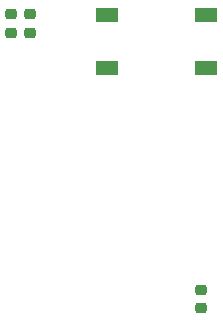
<source format=gbp>
G04 #@! TF.GenerationSoftware,KiCad,Pcbnew,7.0.9*
G04 #@! TF.CreationDate,2024-10-07T21:29:26-04:00*
G04 #@! TF.ProjectId,T12 soldering station V12,54313220-736f-46c6-9465-72696e672073,rev?*
G04 #@! TF.SameCoordinates,Original*
G04 #@! TF.FileFunction,Paste,Bot*
G04 #@! TF.FilePolarity,Positive*
%FSLAX46Y46*%
G04 Gerber Fmt 4.6, Leading zero omitted, Abs format (unit mm)*
G04 Created by KiCad (PCBNEW 7.0.9) date 2024-10-07 21:29:26*
%MOMM*%
%LPD*%
G01*
G04 APERTURE LIST*
G04 Aperture macros list*
%AMRoundRect*
0 Rectangle with rounded corners*
0 $1 Rounding radius*
0 $2 $3 $4 $5 $6 $7 $8 $9 X,Y pos of 4 corners*
0 Add a 4 corners polygon primitive as box body*
4,1,4,$2,$3,$4,$5,$6,$7,$8,$9,$2,$3,0*
0 Add four circle primitives for the rounded corners*
1,1,$1+$1,$2,$3*
1,1,$1+$1,$4,$5*
1,1,$1+$1,$6,$7*
1,1,$1+$1,$8,$9*
0 Add four rect primitives between the rounded corners*
20,1,$1+$1,$2,$3,$4,$5,0*
20,1,$1+$1,$4,$5,$6,$7,0*
20,1,$1+$1,$6,$7,$8,$9,0*
20,1,$1+$1,$8,$9,$2,$3,0*%
G04 Aperture macros list end*
%ADD10RoundRect,0.218750X-0.256250X0.218750X-0.256250X-0.218750X0.256250X-0.218750X0.256250X0.218750X0*%
%ADD11R,1.900000X1.300000*%
G04 APERTURE END LIST*
D10*
X94970600Y-93040100D03*
X94970600Y-94615100D03*
X93345000Y-93040100D03*
X93345000Y-94615100D03*
D11*
X109889400Y-93101600D03*
X101489400Y-93101600D03*
X109889400Y-97601600D03*
X101489400Y-97601600D03*
D10*
X109479400Y-116346500D03*
X109479400Y-117921500D03*
M02*

</source>
